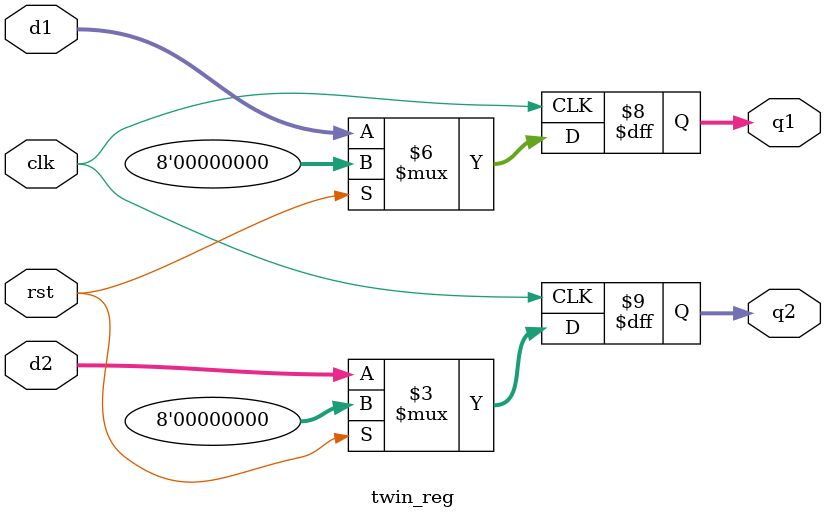
<source format=v>
module twin_reg(q1,q2,clk,rst,d1,d2);
  input clk,rst;
  input [7:0]d1,d2;
  output reg [7:0]q1,q2;
  always @(posedge clk)
    if(rst)
      begin
        q1 <= 1'b0;
        q2 <= 1'b0;
      end
  else
    begin
      q1 <= d1;
      q2 <= d2;
    end
endmodule

</source>
